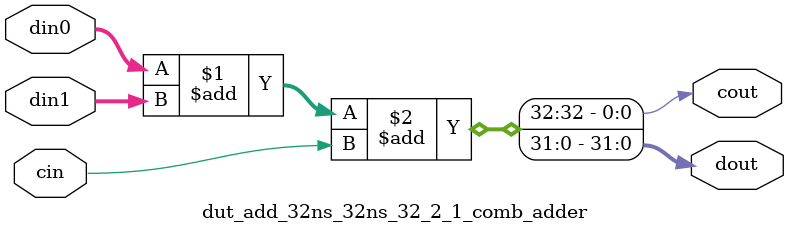
<source format=v>
`timescale 1 ns / 1 ps

module dut_add_32ns_32ns_32_2_1(clk, reset, ce, din0, din1, dout);
parameter ID         = 1;              // core ID, unused in RTL
parameter NUM_STAGE  = 2;
parameter din0_WIDTH = 32;   // data bitwidth
parameter din1_WIDTH = 32;   // 
parameter dout_WIDTH = 32;   // output bitwidth

// ---- input/output ports list here ----
input   clk;
input   reset;
input   ce;
input  [din0_WIDTH - 1 : 0] din0;
input  [din1_WIDTH - 1 : 0] din1;

output [dout_WIDTH - 1 : 0] dout;
//   

// wire for the primary inputs
wire [32 - 1 : 0] ain_s0 = din0;
wire [32 - 1 : 0] bin_s0 = din1;

// This AddSub module have totally 2 stages. For each stage the adder's width are:
// [16,16]
//  
//   

// Stage 1 logic
wire [16 - 1 : 0]    fas_s1;
wire                 facout_s1;
// 
reg  [16 - 1 : 0]    ain_s1;
reg  [16 - 1 : 0]    bin_s1;
reg  [16 - 1 : 0]    sum_s1;
reg                  carry_s1;
// 
//  
//  
// 
dut_add_32ns_32ns_32_2_1_comb_adder #(
    .N    ( 16 )
) u1 (
    .din0    ( ain_s0[16 - 1 : 0] ),
    .din1    ( bin_s0[16 - 1 : 0] ),
    .cin  ( 1'b0 ),
    .dout    ( fas_s1 ),
    .cout ( facout_s1 )
);

// 
always @ (posedge clk) begin
    if (ce) begin
        sum_s1   <= fas_s1;
        carry_s1 <= facout_s1;
    end
end

always @ (posedge clk) begin
    if (ce) begin
        ain_s1 <= ain_s0[32 - 1 : 16];
    end
end

always @ (posedge clk) begin
    if (ce) begin
        bin_s1 <= bin_s0[32 - 1 : 16];
    end
end
//  
//   

// Stage 2 logic
wire [16 - 1 : 0]    fas_s2;
wire                 facout_s2;
// 
// 
dut_add_32ns_32ns_32_2_1_comb_adder #(
    .N    ( 16 )
) u2 (
    .din0    ( ain_s1[16 - 1 : 0] ),
    .din1    ( bin_s1[16 - 1 : 0] ),
    .cin  ( carry_s1 ),
    .dout    ( fas_s2 ),
    .cout ( facout_s2 )
);

// 
assign dout = {fas_s2, sum_s1 };
//  
// 
endmodule

// small adder
module dut_add_32ns_32ns_32_2_1_comb_adder 
#(parameter
    N = 32
)(
    input  [N-1 : 0]    din0,
    input  [N-1 : 0]    din1,
    input  wire         cin,
    output [N-1 : 0]    dout,
    output wire         cout
);
assign {cout, dout} = din0 + din1 + cin;
endmodule
// 

</source>
